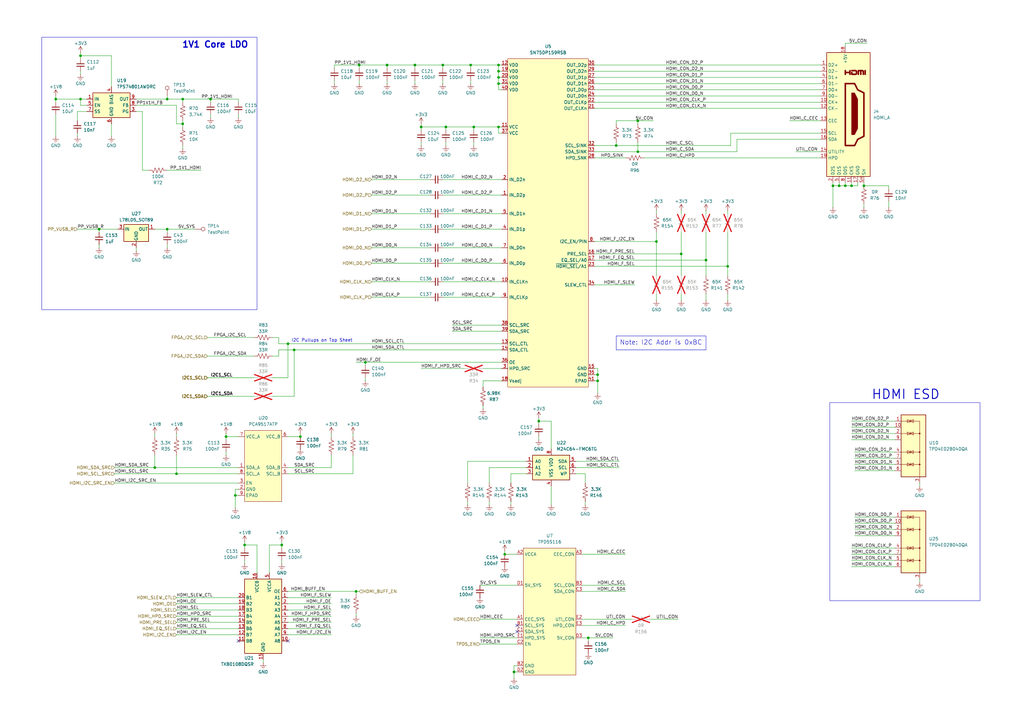
<source format=kicad_sch>
(kicad_sch (version 20231120) (generator "eeschema") (generator_version "8.0")
  (paper "A3")
  (title_block (title "HDMI Output Connector") (date "2024-10-06") (rev "2.0") (company "Drexel University") (comment 1 "Designed by John Hofmeyr"))
  (junction (at 344.17 76.2))
  (junction (at 86.36 40.64))
  (junction (at 68.58 40.64))
  (junction (at 349.25 76.2))
  (junction (at 120.65 143.51))
  (junction (at 96.52 203.2))
  (junction (at 33.02 22.86))
  (junction (at 346.71 76.2))
  (junction (at 63.5 191.77))
  (junction (at 100.33 223.52))
  (junction (at 123.19 179.07))
  (junction (at 72.39 194.31))
  (junction (at 182.88 52.07))
  (junction (at 279.4 104.14))
  (junction (at 354.33 76.2))
  (junction (at 33.02 40.64))
  (junction (at 115.57 223.52))
  (junction (at 172.72 52.07))
  (junction (at 74.93 40.64))
  (junction (at 149.86 148.59))
  (junction (at 220.98 172.72))
  (junction (at 181.61 26.67))
  (junction (at 269.24 99.06))
  (junction (at 289.56 106.68))
  (junction (at 298.45 109.22))
  (junction (at 245.11 153.67))
  (junction (at 158.75 26.67))
  (junction (at 204.47 52.07))
  (junction (at 40.64 93.98))
  (junction (at 204.47 26.67))
  (junction (at 74.93 50.8))
  (junction (at 204.47 29.21))
  (junction (at 146.05 242.57))
  (junction (at 241.3 261.62))
  (junction (at 204.47 34.29))
  (junction (at 147.32 26.67))
  (junction (at 261.62 49.53))
  (junction (at 170.18 26.67))
  (junction (at 245.11 156.21))
  (junction (at 207.01 227.33))
  (junction (at 210.82 275.59))
  (junction (at 118.11 140.97))
  (junction (at 68.58 93.98))
  (junction (at 92.71 179.07))
  (junction (at 204.47 31.75))
  (junction (at 193.04 26.67))
  (junction (at 194.31 52.07))
  (junction (at 261.62 62.23))
  (junction (at 341.63 76.2))
  (junction (at 252.73 59.69))
  (junction (at 22.86 40.64))
  (no_connect (at 212.09 256.54))
  (no_connect (at 212.09 259.08))
  (no_connect (at 118.11 262.89))
  (no_connect (at 97.79 262.89))
  (wire (pts (xy 245.11 151.13) (xy 245.11 153.67)))
  (wire (pts (xy 377.19 198.12) (xy 377.19 199.39)))
  (wire (pts (xy 46.99 198.12) (xy 97.79 198.12)))
  (wire (pts (xy 33.02 29.21) (xy 33.02 30.48)))
  (wire (pts (xy 100.33 229.87) (xy 100.33 231.14)))
  (wire (pts (xy 97.79 250.19) (xy 72.39 250.19)))
  (wire (pts (xy 354.33 74.93) (xy 354.33 76.2)))
  (wire (pts (xy 266.7 254) (xy 278.13 254)))
  (wire (pts (xy 111.76 154.94) (xy 118.11 154.94)))
  (wire (pts (xy 72.39 255.27) (xy 97.79 255.27)))
  (wire (pts (xy 349.25 232.41) (xy 367.03 232.41)))
  (wire (pts (xy 377.19 237.49) (xy 377.19 238.76)))
  (wire (pts (xy 243.84 116.84) (xy 260.35 116.84)))
  (wire (pts (xy 238.76 254) (xy 259.08 254)))
  (wire (pts (xy 74.93 59.69) (xy 74.93 60.96)))
  (wire (pts (xy 326.39 62.23) (xy 336.55 62.23)))
  (wire (pts (xy 33.02 43.18) (xy 33.02 40.64)))
  (wire (pts (xy 341.63 74.93) (xy 341.63 76.2)))
  (wire (pts (xy 181.61 26.67) (xy 193.04 26.67)))
  (wire (pts (xy 238.76 240.03) (xy 256.54 240.03)))
  (wire (pts (xy 149.86 154.94) (xy 149.86 156.21)))
  (wire (pts (xy 147.32 27.94) (xy 147.32 26.67)))
  (wire (pts (xy 96.52 203.2) (xy 96.52 208.28)))
  (wire (pts (xy 243.84 26.67) (xy 336.55 26.67)))
  (wire (pts (xy 269.24 120.65) (xy 269.24 123.19)))
  (wire (pts (xy 346.71 19.05) (xy 346.71 17.78)))
  (wire (pts (xy 123.19 177.8) (xy 123.19 179.07)))
  (wire (pts (xy 279.4 95.25) (xy 279.4 104.14)))
  (wire (pts (xy 40.64 93.98) (xy 40.64 95.25)))
  (wire (pts (xy 33.02 21.59) (xy 33.02 22.86)))
  (wire (pts (xy 243.84 99.06) (xy 269.24 99.06)))
  (wire (pts (xy 252.73 58.42) (xy 252.73 59.69)))
  (wire (pts (xy 33.02 40.64) (xy 35.56 40.64)))
  (wire (pts (xy 279.4 104.14) (xy 279.4 113.03)))
  (wire (pts (xy 350.52 219.71) (xy 367.03 219.71)))
  (wire (pts (xy 63.5 177.8) (xy 63.5 179.07)))
  (wire (pts (xy 241.3 261.62) (xy 241.3 262.89)))
  (wire (pts (xy 191.77 189.23) (xy 191.77 198.12)))
  (wire (pts (xy 135.89 177.8) (xy 135.89 179.07)))
  (wire (pts (xy 120.65 162.56) (xy 120.65 143.51)))
  (wire (pts (xy 185.42 135.89) (xy 205.74 135.89)))
  (wire (pts (xy 152.4 80.01) (xy 176.53 80.01)))
  (wire (pts (xy 349.25 177.8) (xy 367.03 177.8)))
  (wire (pts (xy 350.52 193.04) (xy 367.03 193.04)))
  (wire (pts (xy 344.17 76.2) (xy 346.71 76.2)))
  (wire (pts (xy 100.33 223.52) (xy 100.33 224.79)))
  (wire (pts (xy 323.85 49.53) (xy 336.55 49.53)))
  (wire (pts (xy 243.84 62.23) (xy 261.62 62.23)))
  (wire (pts (xy 349.25 227.33) (xy 367.03 227.33)))
  (wire (pts (xy 105.41 223.52) (xy 100.33 223.52)))
  (wire (pts (xy 289.56 95.25) (xy 289.56 106.68)))
  (wire (pts (xy 269.24 86.36) (xy 269.24 87.63)))
  (wire (pts (xy 191.77 207.01) (xy 191.77 205.74)))
  (wire (pts (xy 97.79 247.65) (xy 72.39 247.65)))
  (wire (pts (xy 96.52 203.2) (xy 97.79 203.2)))
  (wire (pts (xy 243.84 29.21) (xy 336.55 29.21)))
  (wire (pts (xy 243.84 34.29) (xy 336.55 34.29)))
  (wire (pts (xy 261.62 49.53) (xy 267.97 49.53)))
  (wire (pts (xy 152.4 115.57) (xy 176.53 115.57)))
  (wire (pts (xy 45.72 50.8) (xy 45.72 55.88)))
  (wire (pts (xy 111.76 162.56) (xy 120.65 162.56)))
  (wire (pts (xy 198.12 156.21) (xy 198.12 158.75)))
  (wire (pts (xy 204.47 34.29) (xy 205.74 34.29)))
  (wire (pts (xy 350.52 187.96) (xy 367.03 187.96)))
  (wire (pts (xy 86.36 40.64) (xy 86.36 41.91)))
  (wire (pts (xy 279.4 120.65) (xy 279.4 123.19)))
  (wire (pts (xy 115.57 223.52) (xy 110.49 223.52)))
  (wire (pts (xy 182.88 52.07) (xy 194.31 52.07)))
  (wire (pts (xy 97.79 200.66) (xy 96.52 200.66)))
  (wire (pts (xy 118.11 255.27) (xy 135.89 255.27)))
  (wire (pts (xy 349.25 229.87) (xy 367.03 229.87)))
  (wire (pts (xy 185.42 133.35) (xy 205.74 133.35)))
  (wire (pts (xy 204.47 36.83) (xy 205.74 36.83)))
  (wire (pts (xy 31.75 45.72) (xy 31.75 49.53)))
  (wire (pts (xy 243.84 41.91) (xy 336.55 41.91)))
  (wire (pts (xy 114.3 146.05) (xy 114.3 143.51)))
  (wire (pts (xy 137.16 33.02) (xy 137.16 34.29)))
  (wire (pts (xy 86.36 46.99) (xy 86.36 48.26)))
  (wire (pts (xy 226.06 172.72) (xy 226.06 184.15)))
  (wire (pts (xy 149.86 148.59) (xy 149.86 149.86)))
  (wire (pts (xy 97.79 260.35) (xy 72.39 260.35)))
  (wire (pts (xy 105.41 234.95) (xy 105.41 223.52)))
  (wire (pts (xy 245.11 153.67) (xy 245.11 156.21)))
  (wire (pts (xy 193.04 27.94) (xy 193.04 26.67)))
  (wire (pts (xy 97.79 252.73) (xy 72.39 252.73)))
  (wire (pts (xy 200.66 207.01) (xy 200.66 205.74)))
  (wire (pts (xy 349.25 76.2) (xy 351.79 76.2)))
  (wire (pts (xy 123.19 179.07) (xy 118.11 179.07)))
  (wire (pts (xy 204.47 26.67) (xy 205.74 26.67)))
  (wire (pts (xy 181.61 107.95) (xy 205.74 107.95)))
  (wire (pts (xy 196.85 264.16) (xy 212.09 264.16)))
  (wire (pts (xy 63.5 93.98) (xy 68.58 93.98)))
  (wire (pts (xy 46.99 191.77) (xy 63.5 191.77)))
  (wire (pts (xy 92.71 180.34) (xy 92.71 179.07)))
  (wire (pts (xy 35.56 43.18) (xy 33.02 43.18)))
  (wire (pts (xy 115.57 224.79) (xy 115.57 223.52)))
  (wire (pts (xy 264.16 64.77) (xy 336.55 64.77)))
  (wire (pts (xy 243.84 44.45) (xy 336.55 44.45)))
  (wire (pts (xy 241.3 261.62) (xy 251.46 261.62)))
  (wire (pts (xy 85.09 154.94) (xy 104.14 154.94)))
  (wire (pts (xy 58.42 69.85) (xy 58.42 45.72)))
  (wire (pts (xy 118.11 250.19) (xy 135.89 250.19)))
  (wire (pts (xy 172.72 52.07) (xy 182.88 52.07)))
  (wire (pts (xy 86.36 40.64) (xy 97.79 40.64)))
  (wire (pts (xy 209.55 198.12) (xy 209.55 194.31)))
  (wire (pts (xy 146.05 251.46) (xy 146.05 252.73)))
  (wire (pts (xy 31.75 54.61) (xy 31.75 55.88)))
  (wire (pts (xy 238.76 242.57) (xy 256.54 242.57)))
  (wire (pts (xy 341.63 76.2) (xy 344.17 76.2)))
  (wire (pts (xy 172.72 151.13) (xy 190.5 151.13)))
  (wire (pts (xy 207.01 226.06) (xy 207.01 227.33)))
  (wire (pts (xy 240.03 194.31) (xy 240.03 198.12)))
  (wire (pts (xy 243.84 36.83) (xy 336.55 36.83)))
  (wire (pts (xy 48.26 93.98) (xy 40.64 93.98)))
  (wire (pts (xy 261.62 58.42) (xy 261.62 62.23)))
  (wire (pts (xy 35.56 45.72) (xy 31.75 45.72)))
  (wire (pts (xy 118.11 260.35) (xy 135.89 260.35)))
  (wire (pts (xy 144.78 186.69) (xy 144.78 194.31)))
  (wire (pts (xy 226.06 199.39) (xy 226.06 207.01)))
  (wire (pts (xy 236.22 189.23) (xy 254 189.23)))
  (wire (pts (xy 97.79 40.64) (xy 97.79 41.91)))
  (wire (pts (xy 152.4 73.66) (xy 176.53 73.66)))
  (wire (pts (xy 60.96 69.85) (xy 58.42 69.85)))
  (wire (pts (xy 252.73 59.69) (xy 299.72 59.69)))
  (wire (pts (xy 204.47 52.07) (xy 204.47 54.61)))
  (wire (pts (xy 68.58 69.85) (xy 82.55 69.85)))
  (wire (pts (xy 215.9 189.23) (xy 191.77 189.23)))
  (wire (pts (xy 193.04 26.67) (xy 204.47 26.67)))
  (wire (pts (xy 243.84 64.77) (xy 256.54 64.77)))
  (wire (pts (xy 341.63 76.2) (xy 341.63 85.09)))
  (wire (pts (xy 238.76 261.62) (xy 241.3 261.62)))
  (wire (pts (xy 152.4 107.95) (xy 176.53 107.95)))
  (wire (pts (xy 207.01 227.33) (xy 212.09 227.33)))
  (wire (pts (xy 350.52 185.42) (xy 367.03 185.42)))
  (wire (pts (xy 158.75 26.67) (xy 170.18 26.67)))
  (wire (pts (xy 346.71 74.93) (xy 346.71 76.2)))
  (wire (pts (xy 72.39 186.69) (xy 72.39 194.31)))
  (wire (pts (xy 40.64 100.33) (xy 40.64 101.6)))
  (wire (pts (xy 63.5 191.77) (xy 97.79 191.77)))
  (wire (pts (xy 22.86 39.37) (xy 22.86 40.64)))
  (wire (pts (xy 72.39 177.8) (xy 72.39 179.07)))
  (wire (pts (xy 120.65 143.51) (xy 205.74 143.51)))
  (wire (pts (xy 146.05 242.57) (xy 146.05 243.84)))
  (wire (pts (xy 220.98 180.34) (xy 220.98 179.07)))
  (wire (pts (xy 170.18 33.02) (xy 170.18 34.29)))
  (wire (pts (xy 196.85 261.62) (xy 212.09 261.62)))
  (wire (pts (xy 137.16 26.67) (xy 147.32 26.67)))
  (wire (pts (xy 170.18 27.94) (xy 170.18 26.67)))
  (wire (pts (xy 181.61 33.02) (xy 181.61 34.29)))
  (wire (pts (xy 152.4 101.6) (xy 176.53 101.6)))
  (wire (pts (xy 118.11 242.57) (xy 146.05 242.57)))
  (wire (pts (xy 243.84 104.14) (xy 279.4 104.14)))
  (wire (pts (xy 238.76 256.54) (xy 256.54 256.54)))
  (wire (pts (xy 302.26 57.15) (xy 336.55 57.15)))
  (wire (pts (xy 289.56 106.68) (xy 289.56 113.03)))
  (wire (pts (xy 181.61 101.6) (xy 205.74 101.6)))
  (wire (pts (xy 72.39 194.31) (xy 97.79 194.31)))
  (wire (pts (xy 46.99 194.31) (xy 72.39 194.31)))
  (wire (pts (xy 298.45 95.25) (xy 298.45 109.22)))
  (wire (pts (xy 22.86 40.64) (xy 22.86 41.91)))
  (wire (pts (xy 193.04 33.02) (xy 193.04 34.29)))
  (wire (pts (xy 204.47 34.29) (xy 204.47 36.83)))
  (wire (pts (xy 243.84 39.37) (xy 336.55 39.37)))
  (wire (pts (xy 215.9 191.77) (xy 200.66 191.77)))
  (wire (pts (xy 68.58 100.33) (xy 68.58 101.6)))
  (wire (pts (xy 252.73 50.8) (xy 252.73 49.53)))
  (wire (pts (xy 212.09 273.05) (xy 210.82 273.05)))
  (wire (pts (xy 245.11 151.13) (xy 243.84 151.13)))
  (wire (pts (xy 346.71 17.78) (xy 355.6 17.78)))
  (wire (pts (xy 204.47 31.75) (xy 205.74 31.75)))
  (wire (pts (xy 182.88 52.07) (xy 182.88 53.34)))
  (wire (pts (xy 31.75 93.98) (xy 40.64 93.98)))
  (wire (pts (xy 146.05 242.57) (xy 147.32 242.57)))
  (wire (pts (xy 220.98 171.45) (xy 220.98 172.72)))
  (wire (pts (xy 349.25 224.79) (xy 367.03 224.79)))
  (wire (pts (xy 198.12 151.13) (xy 205.74 151.13)))
  (wire (pts (xy 220.98 173.99) (xy 220.98 172.72)))
  (wire (pts (xy 45.72 22.86) (xy 45.72 35.56)))
  (wire (pts (xy 97.79 245.11) (xy 72.39 245.11)))
  (wire (pts (xy 289.56 120.65) (xy 289.56 123.19)))
  (wire (pts (xy 172.72 50.8) (xy 172.72 52.07)))
  (wire (pts (xy 236.22 194.31) (xy 240.03 194.31)))
  (wire (pts (xy 194.31 58.42) (xy 194.31 59.69)))
  (wire (pts (xy 289.56 86.36) (xy 289.56 87.63)))
  (wire (pts (xy 147.32 26.67) (xy 158.75 26.67)))
  (wire (pts (xy 74.93 50.8) (xy 74.93 52.07)))
  (wire (pts (xy 74.93 49.53) (xy 74.93 50.8)))
  (wire (pts (xy 182.88 58.42) (xy 182.88 59.69)))
  (wire (pts (xy 85.09 162.56) (xy 104.14 162.56)))
  (wire (pts (xy 92.71 186.69) (xy 92.71 185.42)))
  (wire (pts (xy 92.71 179.07) (xy 97.79 179.07)))
  (wire (pts (xy 196.85 240.03) (xy 212.09 240.03)))
  (wire (pts (xy 68.58 95.25) (xy 68.58 93.98)))
  (wire (pts (xy 110.49 223.52) (xy 110.49 234.95)))
  (wire (pts (xy 68.58 39.37) (xy 68.58 40.64)))
  (wire (pts (xy 22.86 46.99) (xy 22.86 55.88)))
  (wire (pts (xy 144.78 177.8) (xy 144.78 179.07)))
  (wire (pts (xy 100.33 222.25) (xy 100.33 223.52)))
  (wire (pts (xy 118.11 245.11) (xy 135.89 245.11)))
  (wire (pts (xy 299.72 54.61) (xy 336.55 54.61)))
  (wire (pts (xy 72.39 257.81) (xy 97.79 257.81)))
  (wire (pts (xy 194.31 52.07) (xy 194.31 53.34)))
  (wire (pts (xy 298.45 86.36) (xy 298.45 87.63)))
  (wire (pts (xy 252.73 49.53) (xy 261.62 49.53)))
  (wire (pts (xy 354.33 83.82) (xy 354.33 85.09)))
  (wire (pts (xy 149.86 148.59) (xy 205.74 148.59)))
  (wire (pts (xy 181.61 115.57) (xy 205.74 115.57)))
  (wire (pts (xy 209.55 194.31) (xy 215.9 194.31)))
  (wire (pts (xy 72.39 43.18) (xy 72.39 50.8)))
  (wire (pts (xy 243.84 31.75) (xy 336.55 31.75)))
  (wire (pts (xy 55.88 40.64) (xy 68.58 40.64)))
  (wire (pts (xy 135.89 186.69) (xy 135.89 191.77)))
  (wire (pts (xy 172.72 58.42) (xy 172.72 59.69)))
  (wire (pts (xy 269.24 95.25) (xy 269.24 99.06)))
  (wire (pts (xy 114.3 143.51) (xy 120.65 143.51)))
  (wire (pts (xy 299.72 59.69) (xy 299.72 54.61)))
  (wire (pts (xy 152.4 121.92) (xy 176.53 121.92)))
  (wire (pts (xy 115.57 222.25) (xy 115.57 223.52)))
  (wire (pts (xy 111.76 146.05) (xy 114.3 146.05)))
  (wire (pts (xy 344.17 74.93) (xy 344.17 76.2)))
  (wire (pts (xy 55.88 101.6) (xy 55.88 102.87)))
  (wire (pts (xy 63.5 186.69) (xy 63.5 191.77)))
  (wire (pts (xy 261.62 49.53) (xy 261.62 50.8)))
  (wire (pts (xy 72.39 50.8) (xy 74.93 50.8)))
  (wire (pts (xy 350.52 190.5) (xy 367.03 190.5)))
  (wire (pts (xy 97.79 46.99) (xy 97.79 48.26)))
  (wire (pts (xy 114.3 140.97) (xy 118.11 140.97)))
  (wire (pts (xy 58.42 45.72) (xy 55.88 45.72)))
  (wire (pts (xy 205.74 156.21) (xy 198.12 156.21)))
  (wire (pts (xy 181.61 27.94) (xy 181.61 26.67)))
  (wire (pts (xy 204.47 29.21) (xy 205.74 29.21)))
  (wire (pts (xy 152.4 93.98) (xy 176.53 93.98)))
  (wire (pts (xy 96.52 200.66) (xy 96.52 203.2)))
  (wire (pts (xy 349.25 175.26) (xy 367.03 175.26)))
  (wire (pts (xy 243.84 106.68) (xy 289.56 106.68)))
  (wire (pts (xy 349.25 74.93) (xy 349.25 76.2)))
  (wire (pts (xy 210.82 275.59) (xy 210.82 278.13)))
  (wire (pts (xy 55.88 43.18) (xy 72.39 43.18)))
  (wire (pts (xy 74.93 40.64) (xy 74.93 41.91)))
  (wire (pts (xy 118.11 257.81) (xy 135.89 257.81)))
  (wire (pts (xy 181.61 93.98) (xy 205.74 93.98)))
  (wire (pts (xy 158.75 33.02) (xy 158.75 34.29)))
  (wire (pts (xy 349.25 180.34) (xy 367.03 180.34)))
  (wire (pts (xy 210.82 273.05) (xy 210.82 275.59)))
  (wire (pts (xy 204.47 54.61) (xy 205.74 54.61)))
  (wire (pts (xy 198.12 166.37) (xy 198.12 167.64)))
  (wire (pts (xy 279.4 86.36) (xy 279.4 87.63)))
  (wire (pts (xy 146.05 148.59) (xy 149.86 148.59)))
  (wire (pts (xy 118.11 154.94) (xy 118.11 140.97)))
  (wire (pts (xy 236.22 191.77) (xy 254 191.77)))
  (wire (pts (xy 245.11 153.67) (xy 243.84 153.67)))
  (wire (pts (xy 240.03 205.74) (xy 240.03 207.01)))
  (wire (pts (xy 118.11 194.31) (xy 144.78 194.31)))
  (wire (pts (xy 346.71 76.2) (xy 349.25 76.2)))
  (wire (pts (xy 172.72 52.07) (xy 172.72 53.34)))
  (wire (pts (xy 22.86 40.64) (xy 33.02 40.64)))
  (wire (pts (xy 118.11 140.97) (xy 205.74 140.97)))
  (wire (pts (xy 118.11 247.65) (xy 135.89 247.65)))
  (wire (pts (xy 350.52 214.63) (xy 367.03 214.63)))
  (wire (pts (xy 220.98 172.72) (xy 226.06 172.72)))
  (wire (pts (xy 158.75 27.94) (xy 158.75 26.67)))
  (wire (pts (xy 204.47 52.07) (xy 205.74 52.07)))
  (wire (pts (xy 209.55 205.74) (xy 209.55 207.01)))
  (wire (pts (xy 204.47 29.21) (xy 204.47 31.75)))
  (wire (pts (xy 114.3 138.43) (xy 114.3 140.97)))
  (wire (pts (xy 204.47 31.75) (xy 204.47 34.29)))
  (wire (pts (xy 302.26 62.23) (xy 302.26 57.15)))
  (wire (pts (xy 181.61 73.66) (xy 205.74 73.66)))
  (wire (pts (xy 107.95 270.51) (xy 107.95 271.78)))
  (wire (pts (xy 243.84 59.69) (xy 252.73 59.69)))
  (wire (pts (xy 364.49 82.55) (xy 364.49 85.09)))
  (wire (pts (xy 118.11 191.77) (xy 135.89 191.77)))
  (wire (pts (xy 137.16 27.94) (xy 137.16 26.67)))
  (wire (pts (xy 152.4 87.63) (xy 176.53 87.63)))
  (wire (pts (xy 181.61 80.01) (xy 205.74 80.01)))
  (wire (pts (xy 196.85 254) (xy 212.09 254)))
  (wire (pts (xy 245.11 156.21) (xy 245.11 161.29)))
  (wire (pts (xy 181.61 87.63) (xy 205.74 87.63)))
  (wire (pts (xy 85.09 138.43) (xy 104.14 138.43)))
  (wire (pts (xy 238.76 227.33) (xy 256.54 227.33)))
  (wire (pts (xy 68.58 93.98) (xy 80.01 93.98)))
  (wire (pts (xy 111.76 138.43) (xy 114.3 138.43)))
  (wire (pts (xy 194.31 52.07) (xy 204.47 52.07)))
  (wire (pts (xy 118.11 252.73) (xy 135.89 252.73)))
  (wire (pts (xy 33.02 22.86) (xy 45.72 22.86)))
  (wire (pts (xy 351.79 74.93) (xy 351.79 76.2)))
  (wire (pts (xy 85.09 146.05) (xy 104.14 146.05)))
  (wire (pts (xy 350.52 212.09) (xy 367.03 212.09)))
  (wire (pts (xy 115.57 229.87) (xy 115.57 231.14)))
  (wire (pts (xy 147.32 33.02) (xy 147.32 34.29)))
  (wire (pts (xy 350.52 217.17) (xy 367.03 217.17)))
  (wire (pts (xy 298.45 109.22) (xy 298.45 113.03)))
  (wire (pts (xy 33.02 22.86) (xy 33.02 24.13)))
  (wire (pts (xy 349.25 172.72) (xy 367.03 172.72)))
  (wire (pts (xy 245.11 156.21) (xy 243.84 156.21)))
  (wire (pts (xy 243.84 109.22) (xy 298.45 109.22)))
  (wire (pts (xy 364.49 77.47) (xy 364.49 76.2)))
  (wire (pts (xy 261.62 62.23) (xy 302.26 62.23)))
  (wire (pts (xy 181.61 121.92) (xy 205.74 121.92)))
  (wire (pts (xy 74.93 40.64) (xy 86.36 40.64)))
  (wire (pts (xy 200.66 191.77) (xy 200.66 198.12)))
  (wire (pts (xy 170.18 26.67) (xy 181.61 26.67)))
  (wire (pts (xy 92.71 177.8) (xy 92.71 179.07)))
  (wire (pts (xy 68.58 40.64) (xy 74.93 40.64)))
  (wire (pts (xy 210.82 275.59) (xy 212.09 275.59)))
  (wire (pts (xy 269.24 99.06) (xy 269.24 113.03)))
  (wire (pts (xy 298.45 120.65) (xy 298.45 123.19)))
  (wire (pts (xy 204.47 26.67) (xy 204.47 29.21)))
  (wire (pts (xy 364.49 76.2) (xy 354.33 76.2)))
  (rectangle (start 340.36 165.1) (end 401.955 246.38))
  (rectangle (start 17.145 15.24) (end 105.41 127))
  (text_box "Note: I2C Addr is 0xBC" (at 252.73 137.795 0) (size 36.83 5.715) (effects (font (size 1.905 1.905)) (justify left top)))
  (text "1V1 Core LDO" (at 88.265 18.415 0) (effects (font (size 2.54 2.54) (thickness 0.508) (bold yes))))
  (text "I2C Pullups on Top Sheet" (at 132.08 139.7 0) (effects (font (size 1.27 1.27))))
  (text "HDMI ESD" (at 371.475 161.925 0) (effects (font (size 3.81 3.81) (thickness 0.381) (bold yes))))
  (label "HDMI_CON_D1_P" (at 273.05 31.75 0))
  (label "SCL_SRC" (at 185.42 133.35 0))
  (label "HDMI_F_PRE_SEL" (at 260.35 104.14 180))
  (label "HDMI_CON_D0_P" (at 273.05 36.83 0))
  (label "HDMI_CON_CLK_P" (at 349.25 227.33 0))
  (label "5V_SYS" (at 196.85 240.03 0))
  (label "HDMI_CON_CLK_N" (at 349.25 229.87 0))
  (label "HDMI_C_SDA" (at 256.54 242.57 180))
  (label "FPGA_I2C_SCL" (at 87.63 138.43 0))
  (label "HDMI_SDA_CTL" (at 254 189.23 180))
  (label "HDMI_BUFF_EN" (at 133.35 242.57 180))
  (label "5V_CON" (at 267.97 49.53 180))
  (label "HDMI_SCL_CTL" (at 152.4 140.97 0))
  (label "HDMI_C_CLK_P" (at 189.23 121.92 0))
  (label "HDMI_PRE_SEL" (at 72.39 255.27 0))
  (label "PP_1V1_HDMI" (at 82.55 40.64 0))
  (label "HDMI_CLK_P" (at 152.4 121.92 0))
  (label "HDMI_F_SEL" (at 260.35 109.22 180))
  (label "5V_SYS" (at 80.01 93.98 180))
  (label "HDMI_CON_D1_P" (at 350.52 187.96 0))
  (label "UTI_CON" (at 256.54 254 180))
  (label "HDMI_HPD_SRC" (at 196.85 261.62 0))
  (label "HDMI_C_SDA" (at 273.05 62.23 0))
  (label "HPD_SINK" (at 246.38 64.77 0))
  (label "HDMI_CON_D2_P" (at 349.25 172.72 0))
  (label "TPD5_EN" (at 196.85 264.16 0))
  (label "SDA_SRC" (at 185.42 135.89 0))
  (label "HDMI_F_SEL" (at 135.89 250.19 180))
  (label "PP_VUSB_R" (at 31.75 93.98 0))
  (label "HDMI_D1_P" (at 152.4 93.98 0))
  (label "HDMI_F_I2C_EN" (at 260.35 99.06 180))
  (label "HDMI_C_CEC" (at 256.54 227.33 180))
  (label "HDMI_D0_N" (at 152.4 101.6 0))
  (label "PP_1V1_HDMI" (at 137.16 26.67 0))
  (label "HDMI_SDA_SRC" (at 46.99 191.77 0))
  (label "PP_1V1_HDMI" (at 82.55 69.85 180))
  (label "PP1V1H_FB" (at 55.88 43.18 0))
  (label "HDMI_F_EQ_SEL" (at 135.89 257.81 180))
  (label "HDMI_F_HPD_SRC" (at 172.72 151.13 0))
  (label "HDMI_SCL_CTL" (at 254 191.77 180))
  (label "HDMI_F_I2C_EN" (at 135.89 260.35 180))
  (label "HDMI_CLK_N" (at 152.4 115.57 0))
  (label "UTIL_CON" (at 278.13 254 180))
  (label "FPGA_I2C_SDA" (at 87.63 146.05 0))
  (label "HDMI_D0_P" (at 152.4 107.95 0))
  (label "HDMI_C_D2_N" (at 189.23 73.66 0))
  (label "HDMI_D1_N" (at 152.4 87.63 0))
  (label "HDMI_CON_D0_N" (at 273.05 39.37 0))
  (label "HDMI_CON_D1_N" (at 273.05 34.29 0))
  (label "SDA_SRC" (at 120.65 191.77 0))
  (label "HDMI_CON_D2_N" (at 349.25 177.8 0))
  (label "HDMI_CON_D0_N" (at 350.52 217.17 0))
  (label "UTIL_CON" (at 326.39 62.23 0))
  (label "HDMI_F_SLEW" (at 260.35 116.84 180))
  (label "HDMI_CON_D2_P" (at 273.05 26.67 0))
  (label "I2C1_SDA" (at 86.36 162.56 0) (effects (font (bold yes))))
  (label "HDMI_I2C_EN" (at 72.39 260.35 0))
  (label "HDMI_C_HPD" (at 273.05 64.77 0))
  (label "HDMI_CON_D0_P" (at 350.52 214.63 0))
  (label "HDMI_CON_D1_N" (at 350.52 190.5 0))
  (label "HDMI_SEL" (at 72.39 250.19 0))
  (label "HDMI_CON_CLK_P" (at 273.05 41.91 0))
  (label "HDMI_I2C_SRC_EN" (at 46.99 198.12 0))
  (label "HDMI_C_D1_N" (at 189.23 87.63 0))
  (label "HDMI_CON_D2_P" (at 349.25 175.26 0))
  (label "HDMI_D2_N" (at 152.4 73.66 0))
  (label "HDMI_F_PRE_SEL" (at 135.89 255.27 180))
  (label "HDMI_C_CEC" (at 323.85 49.53 0))
  (label "HDMI_CON_D0_N" (at 350.52 219.71 0))
  (label "HDMI_CON_D2_N" (at 273.05 29.21 0))
  (label "HDMI_F_OE" (at 146.05 148.59 0))
  (label "HDMI_C_SCL" (at 273.05 59.69 0))
  (label "HDMI_EQ_SEL" (at 72.39 257.81 0))
  (label "HDMI_C_D2_P" (at 189.23 80.01 0))
  (label "HDMI_C_D0_N" (at 189.23 101.6 0))
  (label "HDMI_CON_CLK_P" (at 349.25 224.79 0))
  (label "HDMI_SDA_CTL" (at 152.4 143.51 0))
  (label "SCL_SRC" (at 120.65 194.31 0))
  (label "HDMI_C_D1_P" (at 189.23 93.98 0))
  (label "HDMI_CON_CLK_N" (at 273.05 44.45 0))
  (label "HDMI_SCL_SRC" (at 46.99 194.31 0))
  (label "HDMI_D2_P" (at 152.4 80.01 0))
  (label "HDMI_HPD_SRC" (at 72.39 252.73 0))
  (label "HDMI_C_SCL" (at 256.54 240.03 180))
  (label "HDMI_CON_D1_P" (at 350.52 185.42 0))
  (label "HDMI_C_HPD" (at 256.54 256.54 180))
  (label "HDMI_CON_D1_N" (at 350.52 193.04 0))
  (label "HDMI_F_HPD_SRC" (at 135.89 252.73 180))
  (label "5V_CON" (at 355.6 17.78 180))
  (label "HDMI_CON_CLK_N" (at 349.25 232.41 0))
  (label "5V_CON" (at 251.46 261.62 180))
  (label "HDMI_F_EQ_SEL" (at 260.35 106.68 180))
  (label "I2C1_SCL" (at 86.36 154.94 0) (effects (font (bold yes))))
  (label "HDMI_C_D0_P" (at 189.23 107.95 0))
  (label "HDMI_CON_D2_N" (at 349.25 180.34 0))
  (label "HDMI_OE" (at 72.39 247.65 0))
  (label "HDMI_CEC" (at 196.85 254 0))
  (label "HDMI_C_CLK_N" (at 189.23 115.57 0))
  (label "HDMI_F_OE" (at 135.89 247.65 180))
  (label "HDMI_CON_D0_P" (at 350.52 212.09 0))
  (label "HDMI_F_SLEW" (at 135.89 245.11 180))
  (label "HDMI_SLEW_CTL" (at 72.39 245.11 0))
  (hierarchical_label "HDMI_I2C_SRC_EN" (shape input) (at 46.99 198.12 180))
  (hierarchical_label "TPD5_EN" (shape input) (at 196.85 264.16 180))
  (hierarchical_label "HDMI_SLEW_CTL" (shape input) (at 72.39 245.11 180))
  (hierarchical_label "HDMI_EQ_SEL" (shape input) (at 72.39 257.81 180))
  (hierarchical_label "HDMI_HPD_SRC" (shape input) (at 72.39 252.73 180))
  (hierarchical_label "HDMI_CLK_N" (shape input) (at 152.4 115.57 180))
  (hierarchical_label "HDMI_SDA_SRC" (shape input) (at 46.99 191.77 180))
  (hierarchical_label "HDMI_I2C_EN" (shape input) (at 72.39 260.35 180))
  (hierarchical_label "HDMI_CLK_P" (shape input) (at 152.4 121.92 180))
  (hierarchical_label "HDMI_SCL_SRC" (shape input) (at 46.99 194.31 180))
  (hierarchical_label "HDMI_D1_P" (shape input) (at 152.4 93.98 180))
  (hierarchical_label "HDMI_D0_N" (shape input) (at 152.4 101.6 180))
  (hierarchical_label "HDMI_D1_N" (shape input) (at 152.4 87.63 180))
  (hierarchical_label "HDMI_PRE_SEL" (shape input) (at 72.39 255.27 180))
  (hierarchical_label "HDMI_BUFF_EN" (shape input) (at 147.32 242.57 0))
  (hierarchical_label "PP_VUSB_R" (shape input) (at 31.75 93.98 180))
  (hierarchical_label "HDMI_D2_N" (shape input) (at 152.4 73.66 180))
  (hierarchical_label "I2C1_SDA" (shape input) (at 85.09 162.56 180) (effects (font (bold yes))))
  (hierarchical_label "HDMI_OE" (shape input) (at 72.39 247.65 180))
  (hierarchical_label "HDMI_D0_P" (shape input) (at 152.4 107.95 180))
  (hierarchical_label "HDMI_SEL" (shape input) (at 72.39 250.19 180))
  (hierarchical_label "HDMI_D2_P" (shape input) (at 152.4 80.01 180))
  (hierarchical_label "I2C1_SCL" (shape input) (at 85.09 154.94 180) (effects (font (bold yes))))
  (hierarchical_label "FPGA_I2C_SDA" (shape input) (at 85.09 146.05 180))
  (hierarchical_label "FPGA_I2C_SCL" (shape input) (at 85.09 138.43 180))
  (hierarchical_label "HDMI_CEC" (shape input) (at 196.85 254 180))
  (symbol (lib_id "Regulator_Linear:L78L05_SOT89") (at 55.88 93.98 0) (unit 1)
    (property "Reference" "U27" (at 55.88 87.63 0))
    (property "Value" "L78L05_SOT89" (at 55.88 90.17 0))
    (property "Footprint" "Package_TO_SOT_SMD:SOT-89-3" (effects (hide yes)))
    (property "Datasheet" "http://www.st.com/content/ccc/resource/technical/document/datasheet/15/55/e5/aa/23/5b/43/fd/CD00000446.pdf/files/CD00000446.pdf/jcr:content/translations/en.CD00000446.pdf" (effects (hide yes)))
    (property "Description" "Positive 100mA 30V Linear Regulator, Fixed Output 5V, SOT-89" (effects (hide yes)))
  )
  (symbol (lib_id "Device:C_Small") (at 179.07 107.95 270) (unit 1)
    (property "Reference" "C135" (at 174.625 106.68 90))
    (property "Value" "100nF" (at 183.515 106.68 90))
    (property "Footprint" "Capacitor_SMD:C_0201_0603Metric" (effects (hide yes)))
    (property "Description" "Unpolarized capacitor, small symbol" (effects (hide yes)))
  )
  (symbol (lib_id "power:GND") (at 209.55 207.01 0) (unit 1)
    (property "Reference" "#PWR0316" (effects (hide yes)))
    (property "Value" "GND" (at 209.55 210.82 0))
    (property "Description" "Power symbol creates a global label with name \"GND\" , ground" (effects (hide yes)))
  )
  (symbol (lib_id "Device:C_Small") (at 179.07 101.6 270) (unit 1)
    (property "Reference" "C134" (at 174.625 100.33 90))
    (property "Value" "100nF" (at 183.515 100.33 90))
    (property "Footprint" "Capacitor_SMD:C_0201_0603Metric" (effects (hide yes)))
    (property "Description" "Unpolarized capacitor, small symbol" (effects (hide yes)))
  )
  (symbol (lib_id "Device:C_Small") (at 179.07 80.01 270) (unit 1)
    (property "Reference" "C128" (at 174.625 78.74 90))
    (property "Value" "100nF" (at 183.515 78.74 90))
    (property "Footprint" "Capacitor_SMD:C_0201_0603Metric" (effects (hide yes)))
    (property "Description" "Unpolarized capacitor, small symbol" (effects (hide yes)))
  )
  (symbol (lib_id "Device:C_Small") (at 179.07 87.63 270) (unit 1)
    (property "Reference" "C132" (at 174.625 86.36 90))
    (property "Value" "100nF" (at 183.515 86.36 90))
    (property "Footprint" "Capacitor_SMD:C_0201_0603Metric" (effects (hide yes)))
    (property "Description" "Unpolarized capacitor, small symbol" (effects (hide yes)))
  )
  (symbol (lib_id "Device:C_Small") (at 194.31 55.88 180) (unit 1)
    (property "Reference" "C126" (at 196.85 54.6035 0) (effects (justify right)))
    (property "Value" "100nF" (at 196.85 57.1435 0) (effects (justify right)))
    (property "Footprint" "Capacitor_SMD:C_0201_0603Metric" (effects (hide yes)))
    (property "Description" "Unpolarized capacitor, small symbol" (effects (hide yes)))
  )
  (symbol (lib_id "power:GND") (at 107.95 271.78 0) (mirror y) (unit 1)
    (property "Reference" "#PWR0243" (effects (hide yes)))
    (property "Value" "GND" (at 107.95 275.59 0))
    (property "Description" "Power symbol creates a global label with name \"GND\" , ground" (effects (hide yes)))
  )
  (symbol (lib_id "power:GND") (at 289.56 123.19 0) (unit 1)
    (property "Reference" "#PWR0313" (effects (hide yes)))
    (property "Value" "GND" (at 289.56 127 0))
    (property "Description" "Power symbol creates a global label with name \"GND\" , ground" (effects (hide yes)))
  )
  (symbol (lib_id "Device:R_US") (at 269.24 91.44 180) (unit 1)
    (property "Reference" "R154" (at 273.685 92.71 0))
    (property "Value" "65K" (at 273.685 90.17 0))
    (property "Footprint" "Resistor_SMD:R_0201_0603Metric" (effects (hide yes)))
    (property "Description" "Resistor, US symbol" (effects (hide yes)))
  )
  (symbol (lib_id "Device:C_Small") (at 158.75 30.48 180) (unit 1)
    (property "Reference" "C120" (at 161.29 29.2035 0) (effects (justify right)))
    (property "Value" "100nF" (at 161.29 31.7435 0) (effects (justify right)))
    (property "Footprint" "Capacitor_SMD:C_0201_0603Metric" (effects (hide yes)))
    (property "Description" "Unpolarized capacitor, small symbol" (effects (hide yes)))
  )
  (symbol (lib_id "IO_Module:TPS5S116") (at 214.63 227.33 0) (unit 1)
    (property "Reference" "U7" (at 225.425 219.71 0))
    (property "Value" "TPD5S116" (at 225.425 222.25 0))
    (property "Footprint" "IO_Module:15DSBGA-TEXAS" (effects (hide yes)))
    (property "Datasheet" "https://www.ti.com/lit/ds/symlink/tpd5s116.pdf?ts=1722387081334&ref_url=https%253A%252F%252Fwww.ti.com%252Fproduct%252FTPD5S116%253Fbm-verify%253DAAQAAAAJ_____yfxnuZqz2QtDjW6r8auL3-HPyAfmO3CX8kaI5WafcfQN49zcEyJbL_IUGDn_oVWbWpXXwm9H8HzNzoFNB23mSto3ayLbRntoLOCj6i2c4d5uqGAbWK4mwlKqvi8lsH5AgIJuUkY94czixS0AbTRfGeJ46qaSItcgEwih16AeaeyvfyvF-oQtQ5nrGeq5j07ZvsuNIba_wN5uvpv6l0htBwx_5E5KXoD-6I9nVsdWnIxlQ1-Ji_4IYaDfu-0wpNPQNOwwnl0fPMEQ1QP0XvveJXHixPkBm5sXn1mtz7CMn0w6eIwnCEl5cCp" (effects (hide yes)))
  )
  (symbol (lib_id "power:+3V3") (at 144.78 177.8 0) (unit 1)
    (property "Reference" "#PWR0253" (effects (hide yes)))
    (property "Value" "+3V3" (at 144.78 173.99 0))
    (property "Description" "Power symbol creates a global label with name \"+3V3\"" (effects (hide yes)))
  )
  (symbol (lib_id "Device:R_US") (at 269.24 116.84 180) (unit 1) (dnp yes)
    (property "Reference" "R155" (at 273.685 118.11 0))
    (property "Value" "65K" (at 273.685 115.57 0))
    (property "Footprint" "Resistor_SMD:R_0201_0603Metric" (effects (hide yes)))
    (property "Description" "Resistor, US symbol" (effects (hide yes)))
  )
  (symbol (lib_id "Device:C_Small") (at 123.19 181.61 180) (unit 1)
    (property "Reference" "C138" (at 125.73 180.3335 0) (effects (justify right)))
    (property "Value" "100nF" (at 125.73 182.8735 0) (effects (justify right)))
    (property "Footprint" "Capacitor_SMD:C_0201_0603Metric" (effects (hide yes)))
    (property "Description" "Unpolarized capacitor, small symbol" (effects (hide yes)))
  )
  (symbol (lib_id "power:GND") (at 74.93 60.96 0) (unit 1)
    (property "Reference" "#PWR0219" (effects (hide yes)))
    (property "Value" "GND" (at 74.93 64.77 0))
    (property "Description" "Power symbol creates a global label with name \"GND\" , ground" (effects (hide yes)))
  )
  (symbol (lib_id "Device:R_US") (at 240.03 201.93 180) (unit 1)
    (property "Reference" "R146" (at 244.475 203.2 0))
    (property "Value" "3.3K" (at 244.475 200.66 0))
    (property "Footprint" "Resistor_SMD:R_0201_0603Metric" (effects (hide yes)))
    (property "Description" "Resistor, US symbol" (effects (hide yes)))
  )
  (symbol (lib_id "power:GND") (at 172.72 59.69 0) (unit 1)
    (property "Reference" "#PWR0230" (effects (hide yes)))
    (property "Value" "GND" (at 172.72 63.5 0))
    (property "Description" "Power symbol creates a global label with name \"GND\" , ground" (effects (hide yes)))
  )
  (symbol (lib_id "power:GND") (at 364.49 85.09 0) (unit 1)
    (property "Reference" "#PWR0240" (effects (hide yes)))
    (property "Value" "GND" (at 364.49 88.9 0))
    (property "Description" "Power symbol creates a global label with name \"GND\" , ground" (effects (hide yes)))
  )
  (symbol (lib_id "power:GND") (at 92.71 186.69 0) (mirror y) (unit 1)
    (property "Reference" "#PWR0213" (effects (hide yes)))
    (property "Value" "GND" (at 92.71 190.5 0))
    (property "Description" "Power symbol creates a global label with name \"GND\" , ground" (effects (hide yes)))
  )
  (symbol (lib_id "power:GND") (at 210.82 278.13 0) (mirror y) (unit 1)
    (property "Reference" "#PWR0293" (effects (hide yes)))
    (property "Value" "GND" (at 210.82 281.94 0))
    (property "Description" "Power symbol creates a global label with name \"GND\" , ground" (effects (hide yes)))
  )
  (symbol (lib_id "power:GND") (at 377.19 238.76 0) (unit 1)
    (property "Reference" "#PWR090" (effects (hide yes)))
    (property "Value" "GND" (at 377.19 242.57 0))
    (property "Description" "Power symbol creates a global label with name \"GND\" , ground" (effects (hide yes)))
  )
  (symbol (lib_id "power:GND") (at 31.75 55.88 0) (unit 1)
    (property "Reference" "#PWR0217" (effects (hide yes)))
    (property "Value" "GND" (at 31.75 59.69 0))
    (property "Description" "Power symbol creates a global label with name \"GND\" , ground" (effects (hide yes)))
  )
  (symbol (lib_id "Device:C_Small") (at 196.85 242.57 0) (mirror x) (unit 1)
    (property "Reference" "C155" (at 194.31 241.2935 0) (effects (justify right)))
    (property "Value" "100nF" (at 194.31 243.8335 0) (effects (justify right)))
    (property "Footprint" "Capacitor_SMD:C_0201_0603Metric" (effects (hide yes)))
    (property "Description" "Unpolarized capacitor, small symbol" (effects (hide yes)))
  )
  (symbol (lib_id "Logic_LevelTranslator:TXB0108DQSR") (at 107.95 252.73 0) (mirror y) (unit 1)
    (property "Reference" "U21" (at 104.14 269.875 0) (effects (justify left)))
    (property "Value" "TXB0108DQSR" (at 104.14 272.415 0) (effects (justify left)))
    (property "Footprint" "Package_SON:USON-20_2x4mm_P0.4mm" (effects (hide yes)))
    (property "Datasheet" "http://www.ti.com/lit/ds/symlink/txb0108.pdf" (effects (hide yes)))
    (property "Description" "8-bit bidirectional voltage level translator with auto-direction sensing USON package" (effects (hide yes)))
  )
  (symbol (lib_id "Device:C_Small") (at 207.01 229.87 0) (mirror x) (unit 1)
    (property "Reference" "C154" (at 204.47 228.5935 0) (effects (justify right)))
    (property "Value" "100nF" (at 204.47 231.1335 0) (effects (justify right)))
    (property "Footprint" "Capacitor_SMD:C_0201_0603Metric" (effects (hide yes)))
    (property "Description" "Unpolarized capacitor, small symbol" (effects (hide yes)))
  )
  (symbol (lib_id "power:GND") (at 241.3 267.97 0) (unit 1)
    (property "Reference" "#PWR0294" (effects (hide yes)))
    (property "Value" "GND" (at 241.3 271.78 0))
    (property "Description" "Power symbol creates a global label with name \"GND\" , ground" (effects (hide yes)))
  )
  (symbol (lib_id "power:GND") (at 86.36 48.26 0) (unit 1)
    (property "Reference" "#PWR0215" (effects (hide yes)))
    (property "Value" "GND" (at 86.36 52.07 0))
    (property "Description" "Power symbol creates a global label with name \"GND\" , ground" (effects (hide yes)))
  )
  (symbol (lib_id "Device:R_US") (at 194.31 151.13 270) (mirror x) (unit 1) (dnp yes)
    (property "Reference" "R34" (at 194.31 156.21 90))
    (property "Value" "33R" (at 194.31 153.67 90))
    (property "Footprint" "Resistor_SMD:R_0201_0603Metric" (effects (hide yes)))
    (property "Description" "Resistor, US symbol" (effects (hide yes)))
  )
  (symbol (lib_id "power:GND") (at 97.79 48.26 0) (unit 1)
    (property "Reference" "#PWR0214" (effects (hide yes)))
    (property "Value" "GND" (at 97.79 52.07 0))
    (property "Description" "Power symbol creates a global label with name \"GND\" , ground" (effects (hide yes)))
  )
  (symbol (lib_id "Device:R_US") (at 261.62 54.61 180) (unit 1)
    (property "Reference" "R74" (at 266.065 55.88 0))
    (property "Value" "3.3K" (at 266.065 53.34 0))
    (property "Footprint" "Resistor_SMD:R_0201_0603Metric" (effects (hide yes)))
    (property "Description" "Resistor, US symbol" (effects (hide yes)))
  )
  (symbol (lib_id "power:+3V3") (at 289.56 86.36 0) (unit 1)
    (property "Reference" "#PWR0241" (effects (hide yes)))
    (property "Value" "+3V3" (at 289.56 82.55 0))
    (property "Description" "Power symbol creates a global label with name \"+3V3\"" (effects (hide yes)))
  )
  (symbol (lib_id "Device:C_Small") (at 40.64 97.79 0) (unit 1)
    (property "Reference" "C153" (at 43.18 96.5262 0) (effects (justify left)))
    (property "Value" "1uF" (at 43.18 99.0662 0) (effects (justify left)))
    (property "Footprint" "Capacitor_SMD:C_0201_0603Metric" (effects (hide yes)))
    (property "Description" "Unpolarized capacitor, small symbol" (effects (hide yes)))
  )
  (symbol (lib_id "Device:C_Small") (at 170.18 30.48 180) (unit 1)
    (property "Reference" "C121" (at 172.72 29.2035 0) (effects (justify right)))
    (property "Value" "100nF" (at 172.72 31.7435 0) (effects (justify right)))
    (property "Footprint" "Capacitor_SMD:C_0201_0603Metric" (effects (hide yes)))
    (property "Description" "Unpolarized capacitor, small symbol" (effects (hide yes)))
  )
  (symbol (lib_id "power:GND") (at 170.18 34.29 0) (unit 1)
    (property "Reference" "#PWR0223" (effects (hide yes)))
    (property "Value" "GND" (at 170.18 38.1 0))
    (property "Description" "Power symbol creates a global label with name \"GND\" , ground" (effects (hide yes)))
  )
  (symbol (lib_id "power:GND") (at 33.02 30.48 0) (unit 1)
    (property "Reference" "#PWR0210" (effects (hide yes)))
    (property "Value" "GND" (at 33.02 34.29 0))
    (property "Description" "Power symbol creates a global label with name \"GND\" , ground" (effects (hide yes)))
  )
  (symbol (lib_id "Device:R_US") (at 200.66 201.93 180) (unit 1)
    (property "Reference" "R144" (at 205.105 203.2 0))
    (property "Value" "3.3K" (at 205.105 200.66 0))
    (property "Footprint" "Resistor_SMD:R_0201_0603Metric" (effects (hide yes)))
    (property "Description" "Resistor, US symbol" (effects (hide yes)))
  )
  (symbol (lib_id "Device:R_US") (at 146.05 247.65 0) (mirror x) (unit 1)
    (property "Reference" "R80" (at 141.605 248.92 0))
    (property "Value" "3.3K" (at 141.605 246.38 0))
    (property "Footprint" "Resistor_SMD:R_0201_0603Metric" (effects (hide yes)))
    (property "Description" "Resistor, US symbol" (effects (hide yes)))
  )
  (symbol (lib_id "power:GND") (at 207.01 232.41 0) (mirror y) (unit 1)
    (property "Reference" "#PWR0245" (effects (hide yes)))
    (property "Value" "GND" (at 207.01 236.22 0))
    (property "Description" "Power symbol creates a global label with name \"GND\" , ground" (effects (hide yes)))
  )
  (symbol (lib_id "power:+1V8") (at 63.5 177.8 0) (unit 1)
    (property "Reference" "#PWR0246" (effects (hide yes)))
    (property "Value" "+1V8" (at 63.5 173.99 0))
    (property "Description" "Power symbol creates a global label with name \"+1V8\"" (effects (hide yes)))
  )
  (symbol (lib_id "power:GND") (at 377.19 199.39 0) (unit 1)
    (property "Reference" "#PWR091" (effects (hide yes)))
    (property "Value" "GND" (at 377.19 203.2 0))
    (property "Description" "Power symbol creates a global label with name \"GND\" , ground" (effects (hide yes)))
  )
  (symbol (lib_id "Device:R_US") (at 107.95 154.94 270) (unit 1) (dnp yes)
    (property "Reference" "R85" (at 107.95 149.86 90))
    (property "Value" "33R" (at 107.95 152.4 90))
    (property "Footprint" "Resistor_SMD:R_0201_0603Metric" (effects (hide yes)))
    (property "Description" "Resistor, US symbol" (effects (hide yes)))
  )
  (symbol (lib_id "power:+1V8") (at 100.33 222.25 0) (mirror y) (unit 1)
    (property "Reference" "#PWR0234" (effects (hide yes)))
    (property "Value" "+1V8" (at 100.33 218.44 0))
    (property "Description" "Power symbol creates a global label with name \"+1V8\"" (effects (hide yes)))
  )
  (symbol (lib_id "power:GND") (at 298.45 123.19 0) (unit 1)
    (property "Reference" "#PWR0314" (effects (hide yes)))
    (property "Value" "GND" (at 298.45 127 0))
    (property "Description" "Power symbol creates a global label with name \"GND\" , ground" (effects (hide yes)))
  )
  (symbol (lib_id "power:+3V3") (at 115.57 222.25 0) (mirror y) (unit 1)
    (property "Reference" "#PWR0233" (effects (hide yes)))
    (property "Value" "+3V3" (at 115.57 218.44 0))
    (property "Description" "Power symbol creates a global label with name \"+3V3\"" (effects (hide yes)))
  )
  (symbol (lib_id "Device:R_US") (at 354.33 80.01 180) (unit 1)
    (property "Reference" "R76" (at 358.775 81.28 0))
    (property "Value" "0R" (at 358.775 78.74 0))
    (property "Footprint" "Resistor_SMD:R_0201_0603Metric" (effects (hide yes)))
    (property "Description" "Resistor, US symbol" (effects (hide yes)))
  )
  (symbol (lib_id "power:GND") (at 245.11 161.29 0) (unit 1)
    (property "Reference" "#PWR0248" (effects (hide yes)))
    (property "Value" "GND" (at 245.11 165.1 0))
    (property "Description" "Power symbol creates a global label with name \"GND\" , ground" (effects (hide yes)))
  )
  (symbol (lib_id "Device:C_Small") (at 220.98 176.53 0) (mirror x) (unit 1)
    (property "Reference" "C157" (at 218.44 175.2535 0) (effects (justify right)))
    (property "Value" "100nF" (at 218.44 177.7935 0) (effects (justify right)))
    (property "Footprint" "Capacitor_SMD:C_0201_0603Metric" (effects (hide yes)))
    (property "Description" "Unpolarized capacitor, small symbol" (effects (hide yes)))
  )
  (symbol (lib_id "power:GND") (at 158.75 34.29 0) (unit 1)
    (property "Reference" "#PWR0222" (effects (hide yes)))
    (property "Value" "GND" (at 158.75 38.1 0))
    (property "Description" "Power symbol creates a global label with name \"GND\" , ground" (effects (hide yes)))
  )
  (symbol (lib_id "Device:R_US") (at 191.77 201.93 180) (unit 1)
    (property "Reference" "R145" (at 196.215 203.2 0))
    (property "Value" "3.3K" (at 196.215 200.66 0))
    (property "Footprint" "Resistor_SMD:R_0201_0603Metric" (effects (hide yes)))
    (property "Description" "Resistor, US symbol" (effects (hide yes)))
  )
  (symbol (lib_id "power:GND") (at 147.32 34.29 0) (unit 1)
    (property "Reference" "#PWR0221" (effects (hide yes)))
    (property "Value" "GND" (at 147.32 38.1 0))
    (property "Description" "Power symbol creates a global label with name \"GND\" , ground" (effects (hide yes)))
  )
  (symbol (lib_id "power:GND") (at 181.61 34.29 0) (unit 1)
    (property "Reference" "#PWR0224" (effects (hide yes)))
    (property "Value" "GND" (at 181.61 38.1 0))
    (property "Description" "Power symbol creates a global label with name \"GND\" , ground" (effects (hide yes)))
  )
  (symbol (lib_id "Device:C_Small") (at 115.57 227.33 180) (unit 1)
    (property "Reference" "C130" (at 118.11 226.0535 0) (effects (justify right)))
    (property "Value" "100nF" (at 118.11 228.5935 0) (effects (justify right)))
    (property "Footprint" "Capacitor_SMD:C_0201_0603Metric" (effects (hide yes)))
    (property "Description" "Unpolarized capacitor, small symbol" (effects (hide yes)))
  )
  (symbol (lib_id "IO_Module:PCA9517A") (at 100.33 179.07 0) (unit 1)
    (property "Reference" "U20" (at 107.95 171.45 0))
    (property "Value" "PCA9517ATP" (at 107.95 173.99 0))
    (property "Footprint" "IO_Module:HWSON8_SOT1069-2_NXP" (effects (hide yes)))
    (property "Datasheet" "https://www.nxp.com/docs/en/data-sheet/PCA9517A.pdf" (effects (hide yes)))
  )
  (symbol (lib_id "power:+1V8") (at 207.01 226.06 0) (unit 1)
    (property "Reference" "#PWR0159" (effects (hide yes)))
    (property "Value" "+1V8" (at 207.01 222.25 0))
    (property "Description" "Power symbol creates a global label with name \"+1V8\"" (effects (hide yes)))
  )
  (symbol (lib_id "Power_Protection:TPD4E02B04DQA") (at 374.65 182.88 0) (unit 1)
    (property "Reference" "U10" (at 381 181.6099 0) (effects (justify left)))
    (property "Value" "TPD4E02B04DQA" (at 381 184.1499 0) (effects (justify left)))
    (property "Footprint" "Package_SON:USON-10_2.5x1.0mm_P0.5mm" (effects (hide yes)))
    (property "Datasheet" "http://www.ti.com/lit/ds/symlink/tpd4e02b04.pdf" (effects (hide yes)))
    (property "Description" "4-Channel ESD Protection Diode for USB Type-C and HDMI 2.0, USON-10" (effects (hide yes)))
  )
  (symbol (lib_id "power:GND") (at 198.12 167.64 0) (unit 1)
    (property "Reference" "#PWR0250" (effects (hide yes)))
    (property "Value" "GND" (at 198.12 171.45 0))
    (property "Description" "Power symbol creates a global label with name \"GND\" , ground" (effects (hide yes)))
  )
  (symbol (lib_id "Device:C_Small") (at 68.58 97.79 180) (unit 1)
    (property "Reference" "C43" (at 71.12 96.5135 0) (effects (justify right)))
    (property "Value" "100nF" (at 71.12 99.0535 0) (effects (justify right)))
    (property "Footprint" "Capacitor_SMD:C_0201_0603Metric" (effects (hide yes)))
    (property "Description" "Unpolarized capacitor, small symbol" (effects (hide yes)))
  )
  (symbol (lib_id "power:GND") (at 123.19 184.15 0) (unit 1)
    (property "Reference" "#PWR0244" (effects (hide yes)))
    (property "Value" "GND" (at 123.19 187.96 0))
    (property "Description" "Power symbol creates a global label with name \"GND\" , ground" (effects (hide yes)))
  )
  (symbol (lib_id "Power_Protection:TPD4E02B04DQA") (at 374.65 222.25 0) (unit 1)
    (property "Reference" "U25" (at 381 220.9799 0) (effects (justify left)))
    (property "Value" "TPD4E02B04DQA" (at 381 223.5199 0) (effects (justify left)))
    (property "Footprint" "Package_SON:USON-10_2.5x1.0mm_P0.5mm" (effects (hide yes)))
    (property "Datasheet" "http://www.ti.com/lit/ds/symlink/tpd4e02b04.pdf" (effects (hide yes)))
    (property "Description" "4-Channel ESD Protection Diode for USB Type-C and HDMI 2.0, USON-10" (effects (hide yes)))
  )
  (symbol (lib_id "Device:C_Small") (at 149.86 152.4 180) (unit 1)
    (property "Reference" "C140" (at 152.4 151.1235 0) (effects (justify right)))
    (property "Value" "100nF" (at 152.4 153.6635 0) (effects (justify right)))
    (property "Footprint" "Capacitor_SMD:C_0201_0603Metric" (effects (hide yes)))
    (property "Description" "Unpolarized capacitor, small symbol" (effects (hide yes)))
  )
  (symbol (lib_id "power:GND") (at 22.86 55.88 0) (unit 1)
    (property "Reference" "#PWR0216" (effects (hide yes)))
    (property "Value" "GND" (at 22.86 59.69 0))
    (property "Description" "Power symbol creates a global label with name \"GND\" , ground" (effects (hide yes)))
  )
  (symbol (lib_id "power:GND") (at 115.57 231.14 0) (unit 1)
    (property "Reference" "#PWR0235" (effects (hide yes)))
    (property "Value" "GND" (at 115.57 234.95 0))
    (property "Description" "Power symbol creates a global label with name \"GND\" , ground" (effects (hide yes)))
  )
  (symbol (lib_id "Device:R_US") (at 252.73 54.61 180) (unit 1)
    (property "Reference" "R73" (at 257.175 55.88 0))
    (property "Value" "3.3K" (at 257.175 53.34 0))
    (property "Footprint" "Resistor_SMD:R_0201_0603Metric" (effects (hide yes)))
    (property "Description" "Resistor, US symbol" (effects (hide yes)))
  )
  (symbol (lib_id "Device:R_US") (at 198.12 162.56 180) (unit 1)
    (property "Reference" "R87" (at 202.565 163.83 0))
    (property "Value" "6.98K" (at 202.565 161.29 0))
    (property "Footprint" "Resistor_SMD:R_0201_0603Metric" (effects (hide yes)))
    (property "Description" "Resistor, US symbol" (effects (hide yes)))
  )
  (symbol (lib_id "Device:R_US") (at 289.56 116.84 180) (unit 1)
    (property "Reference" "R141" (at 294.005 118.11 0))
    (property "Value" "65K" (at 294.005 115.57 0))
    (property "Footprint" "Resistor_SMD:R_0201_0603Metric" (effects (hide yes)))
    (property "Description" "Resistor, US symbol" (effects (hide yes)))
  )
  (symbol (lib_id "power:GND") (at 354.33 85.09 0) (unit 1)
    (property "Reference" "#PWR0239" (effects (hide yes)))
    (property "Value" "GND" (at 354.33 88.9 0))
    (property "Description" "Power symbol creates a global label with name \"GND\" , ground" (effects (hide yes)))
  )
  (symbol (lib_id "power:GND") (at 40.64 101.6 0) (unit 1)
    (property "Reference" "#PWR0101" (effects (hide yes)))
    (property "Value" "GND" (at 40.64 105.41 0))
    (property "Description" "Power symbol creates a global label with name \"GND\" , ground" (effects (hide yes)))
  )
  (symbol (lib_id "Device:R_US") (at 289.56 91.44 180) (unit 1) (dnp yes)
    (property "Reference" "R77" (at 294.005 92.71 0))
    (property "Value" "65K" (at 294.005 90.17 0))
    (property "Footprint" "Resistor_SMD:R_0201_0603Metric" (effects (hide yes)))
    (property "Description" "Resistor, US symbol" (effects (hide yes)))
  )
  (symbol (lib_id "power:+3V3") (at 135.89 177.8 0) (unit 1)
    (property "Reference" "#PWR0252" (effects (hide yes)))
    (property "Value" "+3V3" (at 135.89 173.99 0))
    (property "Description" "Power symbol creates a global label with name \"+3V3\"" (effects (hide yes)))
  )
  (symbol (lib_id "power:GND") (at 200.66 207.01 0) (unit 1)
    (property "Reference" "#PWR0317" (effects (hide yes)))
    (property "Value" "GND" (at 200.66 210.82 0))
    (property "Description" "Power symbol creates a global label with name \"GND\" , ground" (effects (hide yes)))
  )
  (symbol (lib_id "Device:R_US") (at 298.45 91.44 180) (unit 1) (dnp yes)
    (property "Reference" "R78" (at 302.895 92.71 0))
    (property "Value" "65K" (at 302.895 90.17 0))
    (property "Footprint" "Resistor_SMD:R_0201_0603Metric" (effects (hide yes)))
    (property "Description" "Resistor, US symbol" (effects (hide yes)))
  )
  (symbol (lib_id "Device:C_Small") (at 92.71 182.88 0) (mirror x) (unit 1)
    (property "Reference" "C113" (at 90.17 181.6035 0) (effects (justify right)))
    (property "Value" "100nF" (at 90.17 184.1435 0) (effects (justify right)))
    (property "Footprint" "Capacitor_SMD:C_0201_0603Metric" (effects (hide yes)))
    (property "Description" "Unpolarized capacitor, small symbol" (effects (hide yes)))
  )
  (symbol (lib_id "Device:R_US") (at 260.35 64.77 270) (mirror x) (unit 1)
    (property "Reference" "R96" (at 260.35 69.85 90))
    (property "Value" "0R" (at 260.35 67.31 90))
    (property "Footprint" "Resistor_SMD:R_0201_0603Metric" (effects (hide yes)))
    (property "Description" "Resistor, US symbol" (effects (hide yes)))
  )
  (symbol (lib_id "Regulator_Linear:TPS74801AWDRC") (at 45.72 43.18 0) (unit 1)
    (property "Reference" "U19" (at 47.9141 33.02 0) (effects (justify left)))
    (property "Value" "TPS74801AWDRC" (at 47.9141 35.56 0) (effects (justify left)))
    (property "Footprint" "Package_SON:VSON-10-1EP_3x3mm_P0.5mm_EP1.65x2.4mm_ThermalVias" (effects (hide yes)))
    (property "Datasheet" "https://www.ti.com/lit/ds/symlink/tps748a.pdf" (effects (hide yes)))
    (property "Description" "Texas Instruments 1.5A, Low-Dropout Linear Regulator With Programmable Soft-Start, 0.8-6.0Vin, 2.7-6.0Vbias, 0.8-3.6Vout" (effects (hide yes)))
  )
  (symbol (lib_id "power:+3V3") (at 220.98 171.45 0) (mirror y) (unit 1)
    (property "Reference" "#PWR0319" (effects (hide yes)))
    (property "Value" "+3V3" (at 220.98 167.64 0))
    (property "Description" "Power symbol creates a global label with name \"+3V3\"" (effects (hide yes)))
  )
  (symbol (lib_id "Device:C_Small") (at 86.36 44.45 0) (unit 1)
    (property "Reference" "C116" (at 88.9 43.1862 0) (effects (justify left)))
    (property "Value" "100nF" (at 88.9 45.7262 0) (effects (justify left)))
    (property "Footprint" "Capacitor_SMD:C_0201_0603Metric" (effects (hide yes)))
    (property "Description" "Unpolarized capacitor, small symbol" (effects (hide yes)))
  )
  (symbol (lib_id "Device:C_Small") (at 364.49 80.01 0) (unit 1)
    (property "Reference" "C129" (at 367.03 78.7462 0) (effects (justify left)))
    (property "Value" "10nF" (at 367.03 81.2862 0) (effects (justify left)))
    (property "Footprint" "Capacitor_SMD:C_0201_0603Metric" (effects (hide yes)))
    (property "Description" "Unpolarized capacitor, small symbol" (effects (hide yes)))
  )
  (symbol (lib_id "Memory_NVRAM:FM24C64C") (at 226.06 191.77 0) (unit 1)
    (property "Reference" "U22" (at 228.2541 181.61 0) (effects (justify left)))
    (property "Value" "M24C64-FMC6TG" (at 228.2541 184.15 0) (effects (justify left)))
    (property "Footprint" "IO_Module:UFDFPN8DFN8_2X3_STM-L" (effects (hide yes)))
    (property "Datasheet" "https://www.st.com/content/ccc/resource/technical/document/datasheet/5c/df/52/a5/15/f2/48/bd/CD00259166.pdf/files/CD00259166.pdf/jcr:content/translations/en.CD00259166.pdf" (effects (hide yes)))
    (property "Description" "64Kb serial FRAM nonvolatile Memory, SOIC-8" (effects (hide yes)))
  )
  (symbol (lib_id "power:GND") (at 182.88 59.69 0) (unit 1)
    (property "Reference" "#PWR0231" (effects (hide yes)))
    (property "Value" "GND" (at 182.88 63.5 0))
    (property "Description" "Power symbol creates a global label with name \"GND\" , ground" (effects (hide yes)))
  )
  (symbol (lib_id "Device:R_US") (at 209.55 201.93 180) (unit 1)
    (property "Reference" "R143" (at 213.995 203.2 0))
    (property "Value" "3.3K" (at 213.995 200.66 0))
    (property "Footprint" "Resistor_SMD:R_0201_0603Metric" (effects (hide yes)))
    (property "Description" "Resistor, US symbol" (effects (hide yes)))
  )
  (symbol (lib_id "Device:R_US") (at 107.95 146.05 270) (unit 1)
    (property "Reference" "R84" (at 107.95 140.97 90))
    (property "Value" "33R" (at 107.95 143.51 90))
    (property "Footprint" "Resistor_SMD:R_0201_0603Metric" (effects (hide yes)))
    (property "Description" "Resistor, US symbol" (effects (hide yes)))
  )
  (symbol (lib_id "Device:R_US") (at 135.89 182.88 180) (unit 1)
    (property "Reference" "R79" (at 140.335 184.15 0))
    (property "Value" "3.3K" (at 140.335 181.61 0))
    (property "Footprint" "Resistor_SMD:R_0201_0603Metric" (effects (hide yes)))
    (property "Description" "Resistor, US symbol" (effects (hide yes)))
  )
  (symbol (lib_id "Device:R_US") (at 298.45 116.84 180) (unit 1)
    (property "Reference" "R142" (at 302.895 118.11 0))
    (property "Value" "65K" (at 302.895 115.57 0))
    (property "Footprint" "Resistor_SMD:R_0201_0603Metric" (effects (hide yes)))
    (property "Description" "Resistor, US symbol" (effects (hide yes)))
  )
  (symbol (lib_id "power:GND") (at 45.72 55.88 0) (unit 1)
    (property "Reference" "#PWR0218" (effects (hide yes)))
    (property "Value" "GND" (at 45.72 59.69 0))
    (property "Description" "Power symbol creates a global label with name \"GND\" , ground" (effects (hide yes)))
  )
  (symbol (lib_id "Device:R_US") (at 74.93 55.88 180) (unit 1)
    (property "Reference" "R71" (at 77.47 54.6099 0) (effects (justify right)))
    (property "Value" "10K" (at 77.47 57.1499 0) (effects (justify right)))
    (property "Footprint" "Resistor_SMD:R_0201_0603Metric" (effects (hide yes)))
    (property "Description" "Resistor, US symbol" (effects (hide yes)))
  )
  (symbol (lib_id "power:GND") (at 193.04 34.29 0) (unit 1)
    (property "Reference" "#PWR0225" (effects (hide yes)))
    (property "Value" "GND" (at 193.04 38.1 0))
    (property "Description" "Power symbol creates a global label with name \"GND\" , ground" (effects (hide yes)))
  )
  (symbol (lib_id "power:GND") (at 55.88 102.87 0) (unit 1)
    (property "Reference" "#PWR064" (effects (hide yes)))
    (property "Value" "GND" (at 55.88 106.68 0))
    (property "Description" "Power symbol creates a global label with name \"GND\" , ground" (effects (hide yes)))
  )
  (symbol (lib_id "Device:C_Small") (at 22.86 44.45 0) (unit 1)
    (property "Reference" "C114" (at 25.4 43.1862 0) (effects (justify left)))
    (property "Value" "10uF" (at 25.4 45.7262 0) (effects (justify left)))
    (property "Footprint" "Capacitor_SMD:C_0603_1608Metric" (effects (hide yes)))
    (property "Description" "Unpolarized capacitor, small symbol" (effects (hide yes)))
  )
  (symbol (lib_id "Device:R_US") (at 63.5 182.88 180) (unit 1)
    (property "Reference" "R35" (at 67.945 184.15 0))
    (property "Value" "3.3K" (at 67.945 181.61 0))
    (property "Footprint" "Resistor_SMD:R_0201_0603Metric" (effects (hide yes)))
    (property "Description" "Resistor, US symbol" (effects (hide yes)))
  )
  (symbol (lib_id "power:GND") (at 146.05 252.73 0) (mirror y) (unit 1)
    (property "Reference" "#PWR088" (effects (hide yes)))
    (property "Value" "GND" (at 146.05 256.54 0))
    (property "Description" "Power symbol creates a global label with name \"GND\" , ground" (effects (hide yes)))
  )
  (symbol (lib_id "IO_Module:SN75DP159RSB") (at 208.28 24.13 0) (unit 1)
    (property "Reference" "U5" (at 224.79 19.05 0))
    (property "Value" "SN75DP159RSB" (at 224.79 21.59 0))
    (property "Footprint" "Package_DFN_QFN:QFN-40-1EP_5x5mm_P0.4mm_EP3.6x3.6mm" (effects (hide yes)))
    (property "Datasheet" "https://www.ti.com/lit/ds/symlink/sn75dp159.pdf?ts=1721075788427&ref_url=https%253A%252F%252Fwww.ti.com%252Fproduct%252Fde-de%252FSN75DP159%253Fbm-verify%253DAAQAAAAJ_____zCXK5Zb-vCsO0Zzhc5WoqNTtyyn4a0KXuVEfWwssTNe1buxfS8Z_EvuX1SbIJLV187sWqzc77ZaD0TXLLr2LG0tUro6ksZb7LJv531g9fKMFlIi6_UlRs7K5fZFL7iaq0sFLvJi4AVmSDPfyffue9dD-_Hv_w3_OgxGJOtnMMTvuuwauNeSAgNnjT0pJhNR3wd7qfv6jPDAnTD7u6Fbf7z8uFXp8Eha_HLRuGbP6fzyQRylSuqacG_-EkI53DUyW-hypngzeB8HiF7rWVTg3QhHFK4P73KybWHn15LfCbNOL2lbwqED5YOroHDS" (effects (hide yes)))
  )
  (symbol (lib_id "Device:C_Small") (at 193.04 30.48 180) (unit 1)
    (property "Reference" "C123" (at 195.58 29.2035 0) (effects (justify right)))
    (property "Value" "100nF" (at 195.58 31.7435 0) (effects (justify right)))
    (property "Footprint" "Capacitor_SMD:C_0201_0603Metric" (effects (hide yes)))
    (property "Description" "Unpolarized capacitor, small symbol" (effects (hide yes)))
  )
  (symbol (lib_id "power:GND") (at 96.52 208.28 0) (mirror y) (unit 1)
    (property "Reference" "#PWR0251" (effects (hide yes)))
    (property "Value" "GND" (at 96.52 212.09 0))
    (property "Description" "Power symbol creates a global label with name \"GND\" , ground" (effects (hide yes)))
  )
  (symbol (lib_id "Device:C_Small") (at 179.07 121.92 270) (unit 1)
    (property "Reference" "C137" (at 174.625 120.65 90))
    (property "Value" "100nF" (at 183.515 120.65 90))
    (property "Footprint" "Capacitor_SMD:C_0201_0603Metric" (effects (hide yes)))
    (property "Description" "Unpolarized capacitor, small symbol" (effects (hide yes)))
  )
  (symbol (lib_id "Device:C_Small") (at 137.16 30.48 0) (unit 1)
    (property "Reference" "C118" (at 139.7 29.2162 0) (effects (justify left)))
    (property "Value" "10uF" (at 139.7 31.7562 0) (effects (justify left)))
    (property "Footprint" "Capacitor_SMD:C_0603_1608Metric" (effects (hide yes)))
    (property "Description" "Unpolarized capacitor, small symbol" (effects (hide yes)))
  )
  (symbol (lib_id "Device:R_US") (at 279.4 116.84 180) (unit 1) (dnp yes)
    (property "Reference" "R153" (at 283.845 118.11 0))
    (property "Value" "65K" (at 283.845 115.57 0))
    (property "Footprint" "Resistor_SMD:R_0201_0603Metric" (effects (hide yes)))
    (property "Description" "Resistor, US symbol" (effects (hide yes)))
  )
  (symbol (lib_id "Device:C_Small") (at 97.79 44.45 0) (unit 1)
    (property "Reference" "C115" (at 100.33 43.1862 0) (effects (justify left)))
    (property "Value" "10uF" (at 100.33 45.7262 0) (effects (justify left)))
    (property "Footprint" "Capacitor_SMD:C_0603_1608Metric" (effects (hide yes)))
    (property "Description" "Unpolarized capacitor, small symbol" (effects (hide yes)))
  )
  (symbol (lib_id "Device:C_Small") (at 179.07 73.66 270) (unit 1)
    (property "Reference" "C127" (at 174.625 72.39 90))
    (property "Value" "100nF" (at 183.515 72.39 90))
    (property "Footprint" "Capacitor_SMD:C_0201_0603Metric" (effects (hide yes)))
    (property "Description" "Unpolarized capacitor, small symbol" (effects (hide yes)))
  )
  (symbol (lib_id "Device:R_US") (at 64.77 69.85 270) (mirror x) (unit 1)
    (property "Reference" "R72" (at 64.77 74.93 90))
    (property "Value" "100K" (at 64.77 72.39 90))
    (property "Footprint" "Resistor_SMD:R_0201_0603Metric" (effects (hide yes)))
    (property "Description" "Resistor, US symbol" (effects (hide yes)))
  )
  (symbol (lib_id "Device:R_US") (at 72.39 182.88 180) (unit 1)
    (property "Reference" "R75" (at 76.835 184.15 0))
    (property "Value" "3.3K" (at 76.835 181.61 0))
    (property "Footprint" "Resistor_SMD:R_0201_0603Metric" (effects (hide yes)))
    (property "Description" "Resistor, US symbol" (effects (hide yes)))
  )
  (symbol (lib_id "Connector:TestPoint") (at 80.01 93.98 270) (unit 1)
    (property "Reference" "TP14" (at 85.09 92.7099 90) (effects (justify left)))
    (property "Value" "TestPoint" (at 85.09 95.2499 90) (effects (justify left)))
    (property "Footprint" "IO_Module:Test Point 0.5mm No Silk" (effects (hide yes)))
    (property "Description" "test point" (effects (hide yes)))
  )
  (symbol (lib_id "Device:C_Small") (at 179.07 93.98 270) (unit 1)
    (property "Reference" "C133" (at 174.625 92.71 90))
    (property "Value" "100nF" (at 183.515 92.71 90))
    (property "Footprint" "Capacitor_SMD:C_0201_0603Metric" (effects (hide yes)))
    (property "Description" "Unpolarized capacitor, small symbol" (effects (hide yes)))
  )
  (symbol (lib_id "Device:C_Small") (at 31.75 52.07 0) (unit 1)
    (property "Reference" "C117" (at 34.29 50.8062 0) (effects (justify left)))
    (property "Value" "10nF" (at 34.29 53.3462 0) (effects (justify left)))
    (property "Footprint" "Capacitor_SMD:C_0201_0603Metric" (effects (hide yes)))
    (property "Description" "Unpolarized capacitor, small symbol" (effects (hide yes)))
  )
  (symbol (lib_id "Device:C_Small") (at 241.3 265.43 180) (unit 1)
    (property "Reference" "C156" (at 243.84 264.1535 0) (effects (justify right)))
    (property "Value" "100nF" (at 243.84 266.6935 0) (effects (justify right)))
    (property "Footprint" "Capacitor_SMD:C_0201_0603Metric" (effects (hide yes)))
    (property "Description" "Unpolarized capacitor, small symbol" (effects (hide yes)))
  )
  (symbol (lib_id "Device:C_Small") (at 182.88 55.88 180) (unit 1)
    (property "Reference" "C125" (at 185.42 54.6035 0) (effects (justify right)))
    (property "Value" "100nF" (at 185.42 57.1435 0) (effects (justify right)))
    (property "Footprint" "Capacitor_SMD:C_0201_0603Metric" (effects (hide yes)))
    (property "Description" "Unpolarized capacitor, small symbol" (effects (hide yes)))
  )
  (symbol (lib_id "power:GND") (at 149.86 156.21 0) (unit 1)
    (property "Reference" "#PWR0249" (effects (hide yes)))
    (property "Value" "GND" (at 149.86 160.02 0))
    (property "Description" "Power symbol creates a global label with name \"GND\" , ground" (effects (hide yes)))
  )
  (symbol (lib_id "power:GND") (at 194.31 59.69 0) (unit 1)
    (property "Reference" "#PWR0232" (effects (hide yes)))
    (property "Value" "GND" (at 194.31 63.5 0))
    (property "Description" "Power symbol creates a global label with name \"GND\" , ground" (effects (hide yes)))
  )
  (symbol (lib_id "power:+3V3") (at 279.4 86.36 0) (unit 1)
    (property "Reference" "#PWR0326" (effects (hide yes)))
    (property "Value" "+3V3" (at 279.4 82.55 0))
    (property "Description" "Power symbol creates a global label with name \"+3V3\"" (effects (hide yes)))
  )
  (symbol (lib_id "Device:R_US") (at 107.95 162.56 270) (unit 1) (dnp yes)
    (property "Reference" "R86" (at 107.95 157.48 90))
    (property "Value" "33R" (at 107.95 160.02 90))
    (property "Footprint" "Resistor_SMD:R_0201_0603Metric" (effects (hide yes)))
    (property "Description" "Resistor, US symbol" (effects (hide yes)))
  )
  (symbol (lib_id "power:+3V3") (at 298.45 86.36 0) (unit 1)
    (property "Reference" "#PWR0242" (effects (hide yes)))
    (property "Value" "+3V3" (at 298.45 82.55 0))
    (property "Description" "Power symbol creates a global label with name \"+3V3\"" (effects (hide yes)))
  )
  (symbol (lib_id "Device:C_Small") (at 33.02 26.67 0) (unit 1)
    (property "Reference" "C112" (at 35.56 25.4062 0) (effects (justify left)))
    (property "Value" "1uF" (at 35.56 27.9462 0) (effects (justify left)))
    (property "Footprint" "Capacitor_SMD:C_0201_0603Metric" (effects (hide yes)))
    (property "Description" "Unpolarized capacitor, small symbol" (effects (hide yes)))
  )
  (symbol (lib_id "power:+1V8") (at 92.71 177.8 0) (unit 1)
    (property "Reference" "#PWR0211" (effects (hide yes)))
    (property "Value" "+1V8" (at 92.71 173.99 0))
    (property "Description" "Power symbol creates a global label with name \"+1V8\"" (effects (hide yes)))
  )
  (symbol (lib_id "power:GND") (at 341.63 85.09 0) (unit 1)
    (property "Reference" "#PWR0238" (effects (hide yes)))
    (property "Value" "GND" (at 341.63 88.9 0))
    (property "Description" "Power symbol creates a global label with name \"GND\" , ground" (effects (hide yes)))
  )
  (symbol (lib_id "power:GND") (at 240.03 207.01 0) (unit 1)
    (property "Reference" "#PWR0321" (effects (hide yes)))
    (property "Value" "GND" (at 240.03 210.82 0))
    (property "Description" "Power symbol creates a global label with name \"GND\" , ground" (effects (hide yes)))
  )
  (symbol (lib_id "power:GND") (at 220.98 180.34 0) (mirror y) (unit 1)
    (property "Reference" "#PWR0320" (effects (hide yes)))
    (property "Value" "GND" (at 220.98 184.15 0))
    (property "Description" "Power symbol creates a global label with name \"GND\" , ground" (effects (hide yes)))
  )
  (symbol (lib_id "power:+3V3") (at 269.24 86.36 0) (unit 1)
    (property "Reference" "#PWR0328" (effects (hide yes)))
    (property "Value" "+3V3" (at 269.24 82.55 0))
    (property "Description" "Power symbol creates a global label with name \"+3V3\"" (effects (hide yes)))
  )
  (symbol (lib_id "power:GND") (at 196.85 245.11 0) (mirror y) (unit 1)
    (property "Reference" "#PWR0292" (effects (hide yes)))
    (property "Value" "GND" (at 196.85 248.92 0))
    (property "Description" "Power symbol creates a global label with name \"GND\" , ground" (effects (hide yes)))
  )
  (symbol (lib_id "Connector:HDMI_A") (at 346.71 46.99 0) (unit 1)
    (property "Reference" "J4" (at 358.14 45.7199 0) (effects (justify left)))
    (property "Value" "HDMI_A" (at 358.14 48.2599 0) (effects (justify left)))
    (property "Footprint" "Connector_Video:HDMI_A_Molex_208658-1001_Horizontal" (effects (hide yes)))
    (property "Datasheet" "https://en.wikipedia.org/wiki/HDMI" (effects (hide yes)))
    (property "Description" "HDMI type A connector" (effects (hide yes)))
  )
  (symbol (lib_id "power:+1V8") (at 72.39 177.8 0) (unit 1)
    (property "Reference" "#PWR0247" (effects (hide yes)))
    (property "Value" "+1V8" (at 72.39 173.99 0))
    (property "Description" "Power symbol creates a global label with name \"+1V8\"" (effects (hide yes)))
  )
  (symbol (lib_id "Device:R_US") (at 262.89 254 270) (mirror x) (unit 1) (dnp yes)
    (property "Reference" "R156" (at 262.89 259.08 90))
    (property "Value" "0R" (at 262.89 256.54 90))
    (property "Footprint" "Resistor_SMD:R_0201_0603Metric" (effects (hide yes)))
    (property "Description" "Resistor, US symbol" (effects (hide yes)))
  )
  (symbol (lib_id "Device:C_Small") (at 181.61 30.48 180) (unit 1)
    (property "Reference" "C122" (at 184.15 29.2035 0) (effects (justify right)))
    (property "Value" "100nF" (at 184.15 31.7435 0) (effects (justify right)))
    (property "Footprint" "Capacitor_SMD:C_0201_0603Metric" (effects (hide yes)))
    (property "Description" "Unpolarized capacitor, small symbol" (effects (hide yes)))
  )
  (symbol (lib_id "Connector:TestPoint") (at 68.58 39.37 0) (unit 1)
    (property "Reference" "TP13" (at 71.12 34.7979 0) (effects (justify left)))
    (property "Value" "TestPoint" (at 71.12 37.3379 0) (effects (justify left)))
    (property "Footprint" "IO_Module:Test Point 0.5mm No Silk" (effects (hide yes)))
    (property "Description" "test point" (effects (hide yes)))
  )
  (symbol (lib_id "power:GND") (at 226.06 207.01 0) (unit 1)
    (property "Reference" "#PWR0315" (effects (hide yes)))
    (property "Value" "GND" (at 226.06 210.82 0))
    (property "Description" "Power symbol creates a global label with name \"GND\" , ground" (effects (hide yes)))
  )
  (symbol (lib_id "power:GND") (at 68.58 101.6 0) (unit 1)
    (property "Reference" "#PWR050" (effects (hide yes)))
    (property "Value" "GND" (at 68.58 105.41 0))
    (property "Description" "Power symbol creates a global label with name \"GND\" , ground" (effects (hide yes)))
  )
  (symbol (lib_id "power:+3V3") (at 172.72 50.8 0) (unit 1)
    (property "Reference" "#PWR0229" (effects (hide yes)))
    (property "Value" "+3V3" (at 172.72 46.99 0))
    (property "Description" "Power symbol creates a global label with name \"+3V3\"" (effects (hide yes)))
  )
  (symbol (lib_id "Device:R_US") (at 107.95 138.43 270) (unit 1)
    (property "Reference" "R83" (at 107.95 133.35 90))
    (property "Value" "33R" (at 107.95 135.89 90))
    (property "Footprint" "Resistor_SMD:R_0201_0603Metric" (effects (hide yes)))
    (property "Description" "Resistor, US symbol" (effects (hide yes)))
  )
  (symbol (lib_id "Device:R_US") (at 74.93 45.72 180) (unit 1)
    (property "Reference" "R70" (at 77.47 44.4499 0) (effects (justify right)))
    (property "Value" "3.74K" (at 77.47 46.9899 0) (effects (justify right)))
    (property "Footprint" "Resistor_SMD:R_0201_0603Metric" (effects (hide yes)))
    (property "Description" "Resistor, US symbol" (effects (hide yes)))
  )
  (symbol (lib_id "power:+3V3") (at 123.19 177.8 0) (unit 1)
    (property "Reference" "#PWR0237" (effects (hide yes)))
    (property "Value" "+3V3" (at 123.19 173.99 0))
    (property "Description" "Power symbol creates a global label with name \"+3V3\"" (effects (hide yes)))
  )
  (symbol (lib_id "Device:C_Small") (at 147.32 30.48 180) (unit 1)
    (property "Reference" "C119" (at 149.86 29.2035 0) (effects (justify right)))
    (property "Value" "100nF" (at 149.86 31.7435 0) (effects (justify right)))
    (property "Footprint" "Capacitor_SMD:C_0201_0603Metric" (effects (hide yes)))
    (property "Description" "Unpolarized capacitor, small symbol" (effects (hide yes)))
  )
  (symbol (lib_id "power:GND") (at 137.16 34.29 0) (unit 1)
    (property "Reference" "#PWR0220" (effects (hide yes)))
    (property "Value" "GND" (at 137.16 38.1 0))
    (property "Description" "Power symbol creates a global label with name \"GND\" , ground" (effects (hide yes)))
  )
  (symbol (lib_id "Device:R_US") (at 279.4 91.44 180) (unit 1) (dnp yes)
    (property "Reference" "R152" (at 283.845 92.71 0))
    (property "Value" "65K" (at 283.845 90.17 0))
    (property "Footprint" "Resistor_SMD:R_0201_0603Metric" (effects (hide yes)))
    (property "Description" "Resistor, US symbol" (effects (hide yes)))
  )
  (symbol (lib_id "Device:R_US") (at 144.78 182.88 180) (unit 1)
    (property "Reference" "R81" (at 149.225 184.15 0))
    (property "Value" "3.3K" (at 149.225 181.61 0))
    (property "Footprint" "Resistor_SMD:R_0201_0603Metric" (effects (hide yes)))
    (property "Description" "Resistor, US symbol" (effects (hide yes)))
  )
  (symbol (lib_id "power:GND") (at 100.33 231.14 0) (mirror y) (unit 1)
    (property "Reference" "#PWR0236" (effects (hide yes)))
    (property "Value" "GND" (at 100.33 234.95 0))
    (property "Description" "Power symbol creates a global label with name \"GND\" , ground" (effects (hide yes)))
  )
  (symbol (lib_id "Device:C_Small") (at 179.07 115.57 270) (unit 1)
    (property "Reference" "C136" (at 174.625 114.3 90))
    (property "Value" "100nF" (at 183.515 114.3 90))
    (property "Footprint" "Capacitor_SMD:C_0201_0603Metric" (effects (hide yes)))
    (property "Description" "Unpolarized capacitor, small symbol" (effects (hide yes)))
  )
  (symbol (lib_id "power:GND") (at 279.4 123.19 0) (unit 1)
    (property "Reference" "#PWR0327" (effects (hide yes)))
    (property "Value" "GND" (at 279.4 127 0))
    (property "Description" "Power symbol creates a global label with name \"GND\" , ground" (effects (hide yes)))
  )
  (symbol (lib_id "power:GND") (at 191.77 207.01 0) (unit 1)
    (property "Reference" "#PWR0318" (effects (hide yes)))
    (property "Value" "GND" (at 191.77 210.82 0))
    (property "Description" "Power symbol creates a global label with name \"GND\" , ground" (effects (hide yes)))
  )
  (symbol (lib_id "power:+3V3") (at 33.02 21.59 0) (unit 1)
    (property "Reference" "#PWR0209" (effects (hide yes)))
    (property "Value" "+3V3" (at 33.02 17.78 0))
    (property "Description" "Power symbol creates a global label with name \"+3V3\"" (effects (hide yes)))
  )
  (symbol (lib_id "power:+1V8") (at 22.86 39.37 0) (unit 1)
    (property "Reference" "#PWR0212" (effects (hide yes)))
    (property "Value" "+1V8" (at 22.86 35.56 0))
    (property "Description" "Power symbol creates a global label with name \"+1V8\"" (effects (hide yes)))
  )
  (symbol (lib_id "Device:C_Small") (at 172.72 55.88 0) (unit 1)
    (property "Reference" "C124" (at 175.26 54.6162 0) (effects (justify left)))
    (property "Value" "10uF" (at 175.26 57.1562 0) (effects (justify left)))
    (property "Footprint" "Capacitor_SMD:C_0603_1608Metric" (effects (hide yes)))
    (property "Description" "Unpolarized capacitor, small symbol" (effects (hide yes)))
  )
  (symbol (lib_id "power:GND") (at 269.24 123.19 0) (unit 1)
    (property "Reference" "#PWR0329" (effects (hide yes)))
    (property "Value" "GND" (at 269.24 127 0))
    (property "Description" "Power symbol creates a global label with name \"GND\" , ground" (effects (hide yes)))
  )
  (symbol (lib_id "Device:C_Small") (at 100.33 227.33 0) (mirror x) (unit 1)
    (property "Reference" "C131" (at 97.79 226.0535 0) (effects (justify right)))
    (property "Value" "100nF" (at 97.79 228.5935 0) (effects (justify right)))
    (property "Footprint" "Capacitor_SMD:C_0201_0603Metric" (effects (hide yes)))
    (property "Description" "Unpolarized capacitor, small symbol" (effects (hide yes)))
  )
)
</source>
